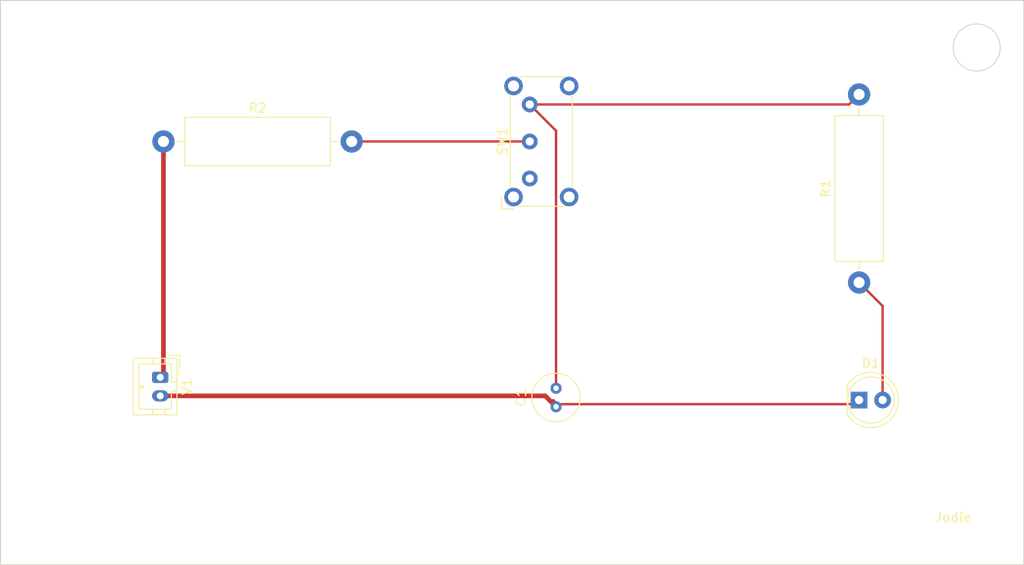
<source format=kicad_pcb>
(kicad_pcb (version 20211014) (generator pcbnew)
  (layers (0 "F.Cu" signal) (31 "B.Cu" signal) (34 "B.Paste" user) (35 "F.Paste" user) (36 "B.SilkS" user "B.Silkscreen") (37 "F.SilkS" user "F.Silkscreen") (38 "B.Mask" user) (39 "F.Mask" user) (44 "Edge.Cuts" user))
  (net 0 "")
  (net 1 "Net-(C1-Pad1)")
  (net 2 "Net-(C1-Pad2)")
  (net 3 "Net-(D1-Pad2)")
  (net 4 "Net-(R2-Pad1)")
  (net 5 "Net-(R2-Pad2)")
  (footprint "LED_THT:LED_D5.0mm" (layer "F.Cu") (at 177.8 104.14)
    (fp_text reference "D1" (at 1.27 -3.96) (layer "F.SilkS"))
    (fp_text value "LED")
    (fp_line (start -1.29 -1.545) (end -1.29 1.545) (layer "F.SilkS") (width 0.12))
    (fp_arc (start 4.26 -0.000462) (mid 2.072002 2.880433) (end -1.29 1.54483) (layer "F.SilkS") (width 0.12))
    (fp_arc (start -1.29 -1.54483) (mid 2.072002 -2.880433) (end 4.26 0.000462) (layer "F.SilkS") (width 0.12))
    (fp_circle (center 1.27 0) (end 3.77 0) (layer "F.SilkS") (width 0.12) (fill none))
    (pad "1" thru_hole rect (at 0 0) (size 1.8 1.8) (drill 0.9) (layers *.Cu *.Mask) (net 1 "Net-(C1-Pad1)"))
    (pad "2" thru_hole circle (at 2.54 0) (size 1.8 1.8) (drill 0.9) (layers *.Cu *.Mask) (net 3 "Net-(D1-Pad2)"))
  )
  (footprint "Resistor_THT:R_Axial_DIN0516_L15.5mm_D5.0mm_P20.32mm_Horizontal" (layer "F.Cu") (at 102.69 76.2)
    (fp_text reference "R2" (at 10.16 -3.62) (layer "F.SilkS"))
    (fp_text value "2.2 k")
    (fp_line (start 1.44 0) (end 2.29 0) (layer "F.SilkS") (width 0.12))
    (fp_line (start 2.29 -2.62) (end 2.29 2.62) (layer "F.SilkS") (width 0.12))
    (fp_line (start 18.03 -2.62) (end 2.29 -2.62) (layer "F.SilkS") (width 0.12))
    (fp_line (start 18.88 0) (end 18.03 0) (layer "F.SilkS") (width 0.12))
    (fp_line (start 2.29 2.62) (end 18.03 2.62) (layer "F.SilkS") (width 0.12))
    (fp_line (start 18.03 2.62) (end 18.03 -2.62) (layer "F.SilkS") (width 0.12))
    (pad "1" thru_hole circle (at 0 0) (size 2.4 2.4) (drill 1.2) (layers *.Cu *.Mask) (net 4 "Net-(R2-Pad1)"))
    (pad "2" thru_hole oval (at 20.32 0) (size 2.4 2.4) (drill 1.2) (layers *.Cu *.Mask) (net 5 "Net-(R2-Pad2)"))
  )
  (footprint "Connector_JST:JST_PH_B2B-PH-K_1x02_P2.00mm_Vertical" (layer "F.Cu") (at 102.34 101.69 -90)
    (fp_text reference "V1" (at 1 -2.9 90) (layer "F.SilkS"))
    (fp_text value "9 V")
    (fp_line (start -2.06 -1.81) (end -2.06 2.91) (layer "F.SilkS") (width 0.12))
    (fp_line (start 4.06 2.91) (end 4.06 -1.81) (layer "F.SilkS") (width 0.12))
    (fp_line (start -2.06 2.91) (end 4.06 2.91) (layer "F.SilkS") (width 0.12))
    (fp_line (start -0.6 -2.01) (end -0.6 -1.81) (layer "F.SilkS") (width 0.12))
    (fp_line (start 1.5 -1.2) (end 1.5 -1.81) (layer "F.SilkS") (width 0.12))
    (fp_line (start 3.45 -1.2) (end 1.5 -1.2) (layer "F.SilkS") (width 0.12))
    (fp_line (start 0.9 2.3) (end 0.9 1.8) (layer "F.SilkS") (width 0.12))
    (fp_line (start 4.06 0.8) (end 3.45 0.8) (layer "F.SilkS") (width 0.12))
    (fp_line (start -1.45 -1.2) (end -1.45 2.3) (layer "F.SilkS") (width 0.12))
    (fp_line (start 0.9 1.8) (end 1.1 1.8) (layer "F.SilkS") (width 0.12))
    (fp_line (start -0.3 -1.81) (end -0.3 -2.01) (layer "F.SilkS") (width 0.12))
    (fp_line (start -1.11 -2.11) (end -2.36 -2.11) (layer "F.SilkS") (width 0.12))
    (fp_line (start 0.5 -1.81) (end 0.5 -1.2) (layer "F.SilkS") (width 0.12))
    (fp_line (start 4.06 -1.81) (end -2.06 -1.81) (layer "F.SilkS") (width 0.12))
    (fp_line (start 3.45 2.3) (end 3.45 -1.2) (layer "F.SilkS") (width 0.12))
    (fp_line (start 4.06 -0.5) (end 3.45 -0.5) (layer "F.SilkS") (width 0.12))
    (fp_line (start -2.36 -2.11) (end -2.36 -0.86) (layer "F.SilkS") (width 0.12))
    (fp_line (start 1.1 1.8) (end 1.1 2.3) (layer "F.SilkS") (width 0.12))
    (fp_line (start -0.3 -1.91) (end -0.6 -1.91) (layer "F.SilkS") (width 0.12))
    (fp_line (start -1.45 2.3) (end 3.45 2.3) (layer "F.SilkS") (width 0.12))
    (fp_line (start 0.5 -1.2) (end -1.45 -1.2) (layer "F.SilkS") (width 0.12))
    (fp_line (start -2.06 -0.5) (end -1.45 -0.5) (layer "F.SilkS") (width 0.12))
    (fp_line (start 1 2.3) (end 1 1.8) (layer "F.SilkS") (width 0.12))
    (fp_line (start -2.06 0.8) (end -1.45 0.8) (layer "F.SilkS") (width 0.12))
    (fp_line (start -0.3 -2.01) (end -0.6 -2.01) (layer "F.SilkS") (width 0.12))
    (pad "1" thru_hole roundrect (at 0 0 270) (size 1.2 1.75) (drill 0.75) (layers *.Cu *.Mask) (roundrect_rratio 0.208333) (net 4 "Net-(R2-Pad1)"))
    (pad "2" thru_hole oval (at 2 0 270) (size 1.2 1.75) (drill 0.75) (layers *.Cu *.Mask) (net 1 "Net-(C1-Pad1)"))
  )
  (footprint "Capacitor_THT:C_Radial_D5.0mm_H5.0mm_P2.00mm" (layer "F.Cu") (at 145.08 104.87 90)
    (fp_text reference "C1" (at 1 -3.75 90) (layer "F.SilkS"))
    (fp_text value "4.7 uF")
    (fp_circle (center 1 0) (end 3.62 0) (layer "F.SilkS") (width 0.12) (fill none))
    (pad "1" thru_hole circle (at 0 0 90) (size 1.2 1.2) (drill 0.6) (layers *.Cu *.Mask) (net 1 "Net-(C1-Pad1)"))
    (pad "2" thru_hole circle (at 2 0 90) (size 1.2 1.2) (drill 0.6) (layers *.Cu *.Mask) (net 2 "Net-(C1-Pad2)"))
  )
  (footprint "Resistor_THT:R_Axial_DIN0516_L15.5mm_D5.0mm_P20.32mm_Horizontal" (layer "F.Cu") (at 177.8 91.44 90)
    (fp_text reference "R1" (at 10.16 -3.62 90) (layer "F.SilkS"))
    (fp_text value "20 k")
    (fp_line (start 2.29 -2.62) (end 2.29 2.62) (layer "F.SilkS") (width 0.12))
    (fp_line (start 1.44 0) (end 2.29 0) (layer "F.SilkS") (width 0.12))
    (fp_line (start 18.03 -2.62) (end 2.29 -2.62) (layer "F.SilkS") (width 0.12))
    (fp_line (start 18.88 0) (end 18.03 0) (layer "F.SilkS") (width 0.12))
    (fp_line (start 2.29 2.62) (end 18.03 2.62) (layer "F.SilkS") (width 0.12))
    (fp_line (start 18.03 2.62) (end 18.03 -2.62) (layer "F.SilkS") (width 0.12))
    (pad "1" thru_hole circle (at 0 0 90) (size 2.4 2.4) (drill 1.2) (layers *.Cu *.Mask) (net 3 "Net-(D1-Pad2)"))
    (pad "2" thru_hole oval (at 20.32 0 90) (size 2.4 2.4) (drill 1.2) (layers *.Cu *.Mask) (net 2 "Net-(C1-Pad2)"))
  )
  (footprint "Button_Switch_THT:SW_E-Switch_EG1224_SPDT_Angled" (layer "F.Cu") (at 142.24 80.2 90)
    (fp_text reference "SW1" (at 4 -2.95 90) (layer "F.SilkS"))
    (fp_text value "SW_SPDT")
    (fp_line (start -3.3 -3.05) (end -2 -3.05) (layer "F.SilkS") (width 0.12))
    (fp_line (start 11 -1.35) (end 11 3.85) (layer "F.SilkS") (width 0.12))
    (fp_line (start 8.95 4.6) (end -0.95 4.6) (layer "F.SilkS") (width 0.12))
    (fp_line (start -3 3.85) (end -3 -1.35) (layer "F.SilkS") (width 0.12))
    (fp_line (start -3.3 -1.75) (end -3.3 -3.05) (layer "F.SilkS") (width 0.12))
    (fp_line (start -0.95 -2.1) (end 8.95 -2.1) (layer "F.SilkS") (width 0.12))
    (pad "" thru_hole circle (at -2 -1.75 90) (size 2 2) (drill 1.2) (layers *.Cu *.Mask))
    (pad "" thru_hole circle (at 10 -1.75 90) (size 2 2) (drill 1.2) (layers *.Cu *.Mask))
    (pad "" thru_hole circle (at -2 4.25 90) (size 2 2) (drill 1.2) (layers *.Cu *.Mask))
    (pad "" thru_hole circle (at 10 4.25 90) (size 2 2) (drill 1.2) (layers *.Cu *.Mask))
    (pad "1" thru_hole circle (at 0 0 90) (size 1.7 1.7) (drill 0.9) (layers *.Cu *.Mask))
    (pad "2" thru_hole circle (at 4 0 90) (size 1.7 1.7) (drill 0.9) (layers *.Cu *.Mask) (net 5 "Net-(R2-Pad2)"))
    (pad "3" thru_hole circle (at 8 0 90) (size 1.7 1.7) (drill 0.9) (layers *.Cu *.Mask) (net 2 "Net-(C1-Pad2)"))
  )
  (gr_rect (start 85.09 60.96) (end 195.58 121.92) (layer "Edge.Cuts") (width 0.1) (fill none))
  (gr_circle (center 190.5 66.04) (end 193.04 66.04) (layer "Edge.Cuts") (width 0.1) (fill none))
  (gr_text "Jodie\n" (at 187.96 116.84) (layer "F.SilkS") (effects (font (size 1 1))))
  (segment (start 177.348 104.592) (end 145.232 104.592) (width 0.254) (layer "F.Cu") (net 1))
  (segment (start 102.34 103.69) (end 143.9 103.69) (width 0.508) (layer "F.Cu") (net 1))
  (segment (start 145.232 104.592) (end 144.78 104.14) (width 0.254) (layer "F.Cu") (net 1))
  (segment (start 143.9 103.69) (end 145.08 104.87) (width 0.508) (layer "F.Cu") (net 1))
  (segment (start 177.8 104.14) (end 177.348 104.592) (width 0.254) (layer "F.Cu") (net 1))
  (segment (start 145.08 102.87) (end 145.08 75.04) (width 0.254) (layer "F.Cu") (net 2))
  (segment (start 145.08 75.04) (end 142.24 72.2) (width 0.254) (layer "F.Cu") (net 2))
  (segment (start 142.24 72.2) (end 176.72 72.2) (width 0.254) (layer "F.Cu") (net 2))
  (segment (start 176.72 72.2) (end 177.8 71.12) (width 0.254) (layer "F.Cu") (net 2))
  (segment (start 177.8 91.44) (end 180.34 93.98) (width 0.254) (layer "F.Cu") (net 3))
  (segment (start 180.34 93.98) (end 180.34 104.14) (width 0.254) (layer "F.Cu") (net 3))
  (segment (start 102.69 76.2) (end 102.69 101.34) (width 0.508) (layer "F.Cu") (net 4))
  (segment (start 102 101.35) (end 102.34 101.69) (width 0.25) (layer "F.Cu") (net 4))
  (segment (start 102.69 101.34) (end 102.34 101.69) (width 0.508) (layer "F.Cu") (net 4))
  (segment (start 123.01 76.2) (end 142.24 76.2) (width 0.254) (layer "F.Cu") (net 5))
  (segment (start 142.1975 76.2425) (end 142.24 76.2) (width 0.25) (layer "F.Cu") (net 5))
)
</source>
